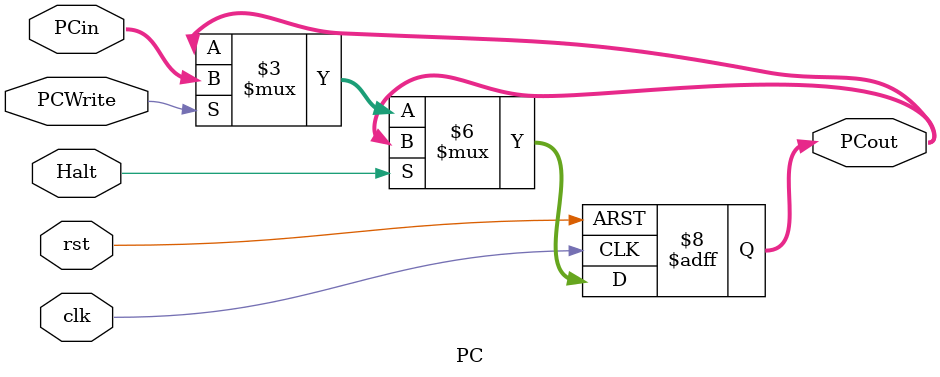
<source format=v>
module PC(input clk, rst, input PCWrite, input  [12:0] PCin, input Halt,output reg [12:0]PCout);
	always @(posedge clk, posedge rst) begin
		if (rst == 1)
			PCout <= 1'b0;
		else
		  if(Halt)
		    PCout <= PCout;
		  else if(PCWrite)
			  PCout <= PCin ;
	end
endmodule


</source>
